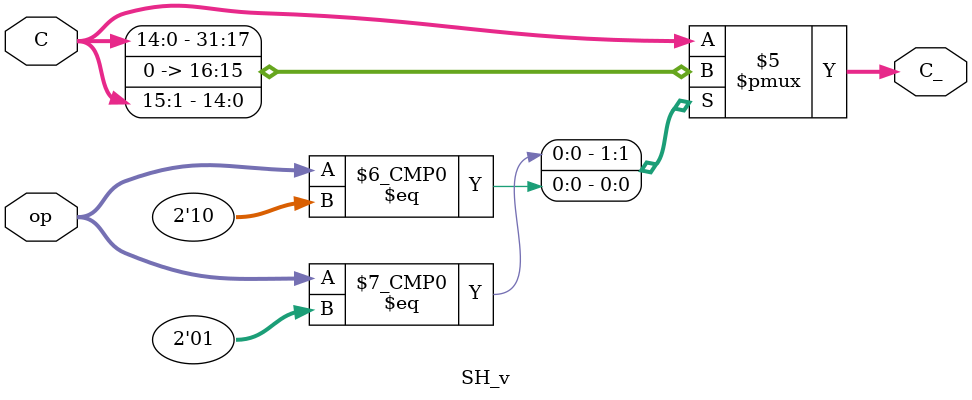
<source format=v>
module SH_v (input [1:0] op, input [15:0] C, output reg [15:0] C_);
//	reg [31:0] temp;
//	parameter NOP = 2'b00,
//				 SHL = 2'b01,
//				 SHR = 2'b10;
	always@ (op or C) begin
		case (op)
			2'b00 : C_ <= C;
			2'b01 : C_ <= C << 1;
			2'b10 : C_ <= C >> 1;
			default : C_ <= C; 
		endcase
	end
endmodule
</source>
